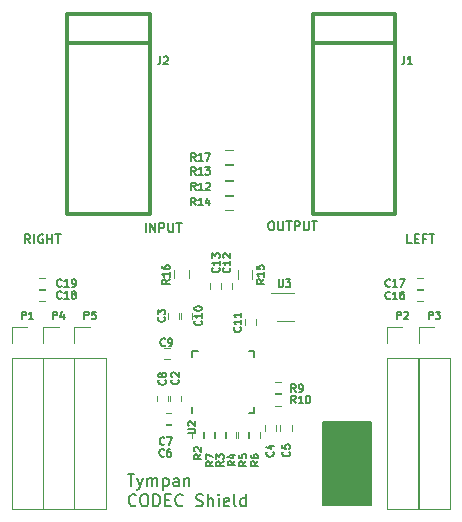
<source format=gbr>
G04 #@! TF.GenerationSoftware,KiCad,Pcbnew,(5.0.1-3-g963ef8bb5)*
G04 #@! TF.CreationDate,2019-01-09T17:43:23-05:00*
G04 #@! TF.ProjectId,Tympan_AIC_Shield,54796D70616E5F4149435F536869656C,rev?*
G04 #@! TF.SameCoordinates,PX6d878d0PY5279480*
G04 #@! TF.FileFunction,Legend,Top*
G04 #@! TF.FilePolarity,Positive*
%FSLAX46Y46*%
G04 Gerber Fmt 4.6, Leading zero omitted, Abs format (unit mm)*
G04 Created by KiCad (PCBNEW (5.0.1-3-g963ef8bb5)) date Wednesday, January 09, 2019 at 05:43:23 PM*
%MOMM*%
%LPD*%
G01*
G04 APERTURE LIST*
%ADD10C,0.200000*%
%ADD11C,0.150000*%
%ADD12C,0.177800*%
%ADD13C,0.120000*%
%ADD14C,0.300000*%
%ADD15C,0.127000*%
G04 APERTURE END LIST*
D10*
X10225238Y3597620D02*
X10796666Y3597620D01*
X10510952Y2597620D02*
X10510952Y3597620D01*
X11034761Y3264286D02*
X11272857Y2597620D01*
X11510952Y3264286D02*
X11272857Y2597620D01*
X11177619Y2359524D01*
X11130000Y2311905D01*
X11034761Y2264286D01*
X11891904Y2597620D02*
X11891904Y3264286D01*
X11891904Y3169048D02*
X11939523Y3216667D01*
X12034761Y3264286D01*
X12177619Y3264286D01*
X12272857Y3216667D01*
X12320476Y3121429D01*
X12320476Y2597620D01*
X12320476Y3121429D02*
X12368095Y3216667D01*
X12463333Y3264286D01*
X12606190Y3264286D01*
X12701428Y3216667D01*
X12749047Y3121429D01*
X12749047Y2597620D01*
X13225238Y3264286D02*
X13225238Y2264286D01*
X13225238Y3216667D02*
X13320476Y3264286D01*
X13510952Y3264286D01*
X13606190Y3216667D01*
X13653809Y3169048D01*
X13701428Y3073810D01*
X13701428Y2788096D01*
X13653809Y2692858D01*
X13606190Y2645239D01*
X13510952Y2597620D01*
X13320476Y2597620D01*
X13225238Y2645239D01*
X14558571Y2597620D02*
X14558571Y3121429D01*
X14510952Y3216667D01*
X14415714Y3264286D01*
X14225238Y3264286D01*
X14130000Y3216667D01*
X14558571Y2645239D02*
X14463333Y2597620D01*
X14225238Y2597620D01*
X14130000Y2645239D01*
X14082380Y2740477D01*
X14082380Y2835715D01*
X14130000Y2930953D01*
X14225238Y2978572D01*
X14463333Y2978572D01*
X14558571Y3026191D01*
X15034761Y3264286D02*
X15034761Y2597620D01*
X15034761Y3169048D02*
X15082380Y3216667D01*
X15177619Y3264286D01*
X15320476Y3264286D01*
X15415714Y3216667D01*
X15463333Y3121429D01*
X15463333Y2597620D01*
X10939523Y992858D02*
X10891904Y945239D01*
X10749047Y897620D01*
X10653809Y897620D01*
X10510952Y945239D01*
X10415714Y1040477D01*
X10368095Y1135715D01*
X10320476Y1326191D01*
X10320476Y1469048D01*
X10368095Y1659524D01*
X10415714Y1754762D01*
X10510952Y1850000D01*
X10653809Y1897620D01*
X10749047Y1897620D01*
X10891904Y1850000D01*
X10939523Y1802381D01*
X11558571Y1897620D02*
X11749047Y1897620D01*
X11844285Y1850000D01*
X11939523Y1754762D01*
X11987142Y1564286D01*
X11987142Y1230953D01*
X11939523Y1040477D01*
X11844285Y945239D01*
X11749047Y897620D01*
X11558571Y897620D01*
X11463333Y945239D01*
X11368095Y1040477D01*
X11320476Y1230953D01*
X11320476Y1564286D01*
X11368095Y1754762D01*
X11463333Y1850000D01*
X11558571Y1897620D01*
X12415714Y897620D02*
X12415714Y1897620D01*
X12653809Y1897620D01*
X12796666Y1850000D01*
X12891904Y1754762D01*
X12939523Y1659524D01*
X12987142Y1469048D01*
X12987142Y1326191D01*
X12939523Y1135715D01*
X12891904Y1040477D01*
X12796666Y945239D01*
X12653809Y897620D01*
X12415714Y897620D01*
X13415714Y1421429D02*
X13749047Y1421429D01*
X13891904Y897620D02*
X13415714Y897620D01*
X13415714Y1897620D01*
X13891904Y1897620D01*
X14891904Y992858D02*
X14844285Y945239D01*
X14701428Y897620D01*
X14606190Y897620D01*
X14463333Y945239D01*
X14368095Y1040477D01*
X14320476Y1135715D01*
X14272857Y1326191D01*
X14272857Y1469048D01*
X14320476Y1659524D01*
X14368095Y1754762D01*
X14463333Y1850000D01*
X14606190Y1897620D01*
X14701428Y1897620D01*
X14844285Y1850000D01*
X14891904Y1802381D01*
X16034761Y945239D02*
X16177619Y897620D01*
X16415714Y897620D01*
X16510952Y945239D01*
X16558571Y992858D01*
X16606190Y1088096D01*
X16606190Y1183334D01*
X16558571Y1278572D01*
X16510952Y1326191D01*
X16415714Y1373810D01*
X16225238Y1421429D01*
X16130000Y1469048D01*
X16082380Y1516667D01*
X16034761Y1611905D01*
X16034761Y1707143D01*
X16082380Y1802381D01*
X16130000Y1850000D01*
X16225238Y1897620D01*
X16463333Y1897620D01*
X16606190Y1850000D01*
X17034761Y897620D02*
X17034761Y1897620D01*
X17463333Y897620D02*
X17463333Y1421429D01*
X17415714Y1516667D01*
X17320476Y1564286D01*
X17177619Y1564286D01*
X17082380Y1516667D01*
X17034761Y1469048D01*
X17939523Y897620D02*
X17939523Y1564286D01*
X17939523Y1897620D02*
X17891904Y1850000D01*
X17939523Y1802381D01*
X17987142Y1850000D01*
X17939523Y1897620D01*
X17939523Y1802381D01*
X18796666Y945239D02*
X18701428Y897620D01*
X18510952Y897620D01*
X18415714Y945239D01*
X18368095Y1040477D01*
X18368095Y1421429D01*
X18415714Y1516667D01*
X18510952Y1564286D01*
X18701428Y1564286D01*
X18796666Y1516667D01*
X18844285Y1421429D01*
X18844285Y1326191D01*
X18368095Y1230953D01*
X19415714Y897620D02*
X19320476Y945239D01*
X19272857Y1040477D01*
X19272857Y1897620D01*
X20225238Y897620D02*
X20225238Y1897620D01*
X20225238Y945239D02*
X20130000Y897620D01*
X19939523Y897620D01*
X19844285Y945239D01*
X19796666Y992858D01*
X19749047Y1088096D01*
X19749047Y1373810D01*
X19796666Y1469048D01*
X19844285Y1516667D01*
X19939523Y1564286D01*
X20130000Y1564286D01*
X20225238Y1516667D01*
D11*
G36*
X30850000Y7999999D02*
X30850000Y999999D01*
X26800001Y999999D01*
X26800000Y8000000D01*
X30850000Y7999999D01*
G37*
X30850000Y7999999D02*
X30850000Y999999D01*
X26800001Y999999D01*
X26800000Y8000000D01*
X30850000Y7999999D01*
D12*
X11755428Y24105286D02*
X11755428Y24867286D01*
X12118285Y24105286D02*
X12118285Y24867286D01*
X12553714Y24105286D01*
X12553714Y24867286D01*
X12916571Y24105286D02*
X12916571Y24867286D01*
X13206857Y24867286D01*
X13279428Y24831000D01*
X13315714Y24794715D01*
X13352000Y24722143D01*
X13352000Y24613286D01*
X13315714Y24540715D01*
X13279428Y24504429D01*
X13206857Y24468143D01*
X12916571Y24468143D01*
X13678571Y24867286D02*
X13678571Y24250429D01*
X13714857Y24177858D01*
X13751142Y24141572D01*
X13823714Y24105286D01*
X13968857Y24105286D01*
X14041428Y24141572D01*
X14077714Y24177858D01*
X14114000Y24250429D01*
X14114000Y24867286D01*
X14368000Y24867286D02*
X14803428Y24867286D01*
X14585714Y24105286D02*
X14585714Y24867286D01*
X22342571Y25017286D02*
X22487714Y25017286D01*
X22560285Y24981000D01*
X22632857Y24908429D01*
X22669142Y24763286D01*
X22669142Y24509286D01*
X22632857Y24364143D01*
X22560285Y24291572D01*
X22487714Y24255286D01*
X22342571Y24255286D01*
X22270000Y24291572D01*
X22197428Y24364143D01*
X22161142Y24509286D01*
X22161142Y24763286D01*
X22197428Y24908429D01*
X22270000Y24981000D01*
X22342571Y25017286D01*
X22995714Y25017286D02*
X22995714Y24400429D01*
X23032000Y24327858D01*
X23068285Y24291572D01*
X23140857Y24255286D01*
X23286000Y24255286D01*
X23358571Y24291572D01*
X23394857Y24327858D01*
X23431142Y24400429D01*
X23431142Y25017286D01*
X23685142Y25017286D02*
X24120571Y25017286D01*
X23902857Y24255286D02*
X23902857Y25017286D01*
X24374571Y24255286D02*
X24374571Y25017286D01*
X24664857Y25017286D01*
X24737428Y24981000D01*
X24773714Y24944715D01*
X24810000Y24872143D01*
X24810000Y24763286D01*
X24773714Y24690715D01*
X24737428Y24654429D01*
X24664857Y24618143D01*
X24374571Y24618143D01*
X25136571Y25017286D02*
X25136571Y24400429D01*
X25172857Y24327858D01*
X25209142Y24291572D01*
X25281714Y24255286D01*
X25426857Y24255286D01*
X25499428Y24291572D01*
X25535714Y24327858D01*
X25572000Y24400429D01*
X25572000Y25017286D01*
X25826000Y25017286D02*
X26261428Y25017286D01*
X26043714Y24255286D02*
X26043714Y25017286D01*
X1984000Y23155286D02*
X1730000Y23518143D01*
X1548571Y23155286D02*
X1548571Y23917286D01*
X1838857Y23917286D01*
X1911428Y23881000D01*
X1947714Y23844715D01*
X1984000Y23772143D01*
X1984000Y23663286D01*
X1947714Y23590715D01*
X1911428Y23554429D01*
X1838857Y23518143D01*
X1548571Y23518143D01*
X2310571Y23155286D02*
X2310571Y23917286D01*
X3072571Y23881000D02*
X3000000Y23917286D01*
X2891142Y23917286D01*
X2782285Y23881000D01*
X2709714Y23808429D01*
X2673428Y23735858D01*
X2637142Y23590715D01*
X2637142Y23481858D01*
X2673428Y23336715D01*
X2709714Y23264143D01*
X2782285Y23191572D01*
X2891142Y23155286D01*
X2963714Y23155286D01*
X3072571Y23191572D01*
X3108857Y23227858D01*
X3108857Y23481858D01*
X2963714Y23481858D01*
X3435428Y23155286D02*
X3435428Y23917286D01*
X3435428Y23554429D02*
X3870857Y23554429D01*
X3870857Y23155286D02*
X3870857Y23917286D01*
X4124857Y23917286D02*
X4560285Y23917286D01*
X4342571Y23155286D02*
X4342571Y23917286D01*
X34274285Y23155286D02*
X33911428Y23155286D01*
X33911428Y23917286D01*
X34528285Y23554429D02*
X34782285Y23554429D01*
X34891142Y23155286D02*
X34528285Y23155286D01*
X34528285Y23917286D01*
X34891142Y23917286D01*
X35471714Y23554429D02*
X35217714Y23554429D01*
X35217714Y23155286D02*
X35217714Y23917286D01*
X35580571Y23917286D01*
X35762000Y23917286D02*
X36197428Y23917286D01*
X35979714Y23155286D02*
X35979714Y23917286D01*
D13*
G04 #@! TO.C,R12*
X18450000Y28450000D02*
X19150000Y28450000D01*
X19150000Y27250000D02*
X18450000Y27250000D01*
G04 #@! TO.C,R13*
X18450000Y29750000D02*
X19150000Y29750000D01*
X19150000Y28550000D02*
X18450000Y28550000D01*
G04 #@! TO.C,R14*
X19150000Y25950000D02*
X18450000Y25950000D01*
X18450000Y27150000D02*
X19150000Y27150000D01*
G04 #@! TO.C,R15*
X19575000Y20150000D02*
X19575000Y20850000D01*
X20775000Y20850000D02*
X20775000Y20150000D01*
G04 #@! TO.C,R16*
X15400000Y20925000D02*
X15400000Y20225000D01*
X14200000Y20225000D02*
X14200000Y20925000D01*
G04 #@! TO.C,R17*
X19150000Y29850000D02*
X18450000Y29850000D01*
X18450000Y31050000D02*
X19150000Y31050000D01*
D11*
G04 #@! TO.C,U2*
X15719600Y14058000D02*
X16219600Y14058000D01*
X20969600Y8808000D02*
X20469600Y8808000D01*
X20969600Y14058000D02*
X20469600Y14058000D01*
X15719600Y8808000D02*
X15719600Y9308000D01*
X20969600Y8808000D02*
X20969600Y9308000D01*
X20969600Y14058000D02*
X20969600Y13558000D01*
X15719600Y14058000D02*
X15719600Y13558000D01*
D14*
G04 #@! TO.C,J2*
X12100000Y40100000D02*
X5100000Y40100000D01*
X12100000Y36600000D02*
X12100000Y25600000D01*
X12100000Y25600000D02*
X5100000Y25600000D01*
X5100000Y25600000D02*
X5100000Y36600000D01*
X12100000Y36600000D02*
X12100000Y42600000D01*
X12100000Y42600000D02*
X5100000Y42600000D01*
X5100000Y42600000D02*
X5100000Y36600000D01*
G04 #@! TO.C,J1*
X32900000Y40100000D02*
X25900000Y40100000D01*
X32900000Y36600000D02*
X32900000Y25600000D01*
X32900000Y25600000D02*
X25900000Y25600000D01*
X25900000Y25600000D02*
X25900000Y36600000D01*
X32900000Y36600000D02*
X32900000Y42600000D01*
X32900000Y42600000D02*
X25900000Y42600000D01*
X25900000Y42600000D02*
X25900000Y36600000D01*
D13*
G04 #@! TO.C,C2*
X14737900Y9760600D02*
X14737900Y10260600D01*
X13797900Y10260600D02*
X13797900Y9760600D01*
G04 #@! TO.C,C3*
X14610900Y16732900D02*
X14610900Y17232900D01*
X13670900Y17232900D02*
X13670900Y16732900D01*
G04 #@! TO.C,C4*
X21880600Y7740700D02*
X21880600Y7240700D01*
X22820600Y7240700D02*
X22820600Y7740700D01*
G04 #@! TO.C,C5*
X23176000Y7740700D02*
X23176000Y7240700D01*
X24116000Y7240700D02*
X24116000Y7740700D01*
G04 #@! TO.C,C6*
X13446400Y6860900D02*
X13946400Y6860900D01*
X13946400Y7800900D02*
X13446400Y7800900D01*
G04 #@! TO.C,C7*
X13446400Y7838800D02*
X13946400Y7838800D01*
X13946400Y8778800D02*
X13446400Y8778800D01*
G04 #@! TO.C,C8*
X13620300Y9760600D02*
X13620300Y10260600D01*
X12680300Y10260600D02*
X12680300Y9760600D01*
G04 #@! TO.C,C9*
X13350000Y13330000D02*
X13850000Y13330000D01*
X13850000Y14270000D02*
X13350000Y14270000D01*
G04 #@! TO.C,C10*
X14725000Y17232900D02*
X14725000Y16732900D01*
X15665000Y16732900D02*
X15665000Y17232900D01*
G04 #@! TO.C,C11*
X21070000Y16250000D02*
X21070000Y16750000D01*
X20130000Y16750000D02*
X20130000Y16250000D01*
G04 #@! TO.C,C12*
X18130000Y19750000D02*
X18130000Y19250000D01*
X19070000Y19250000D02*
X19070000Y19750000D01*
G04 #@! TO.C,C13*
X17230000Y19750000D02*
X17230000Y19250000D01*
X18170000Y19250000D02*
X18170000Y19750000D01*
G04 #@! TO.C,C16*
X35250000Y19220000D02*
X34750000Y19220000D01*
X34750000Y18280000D02*
X35250000Y18280000D01*
G04 #@! TO.C,C17*
X35250000Y20220000D02*
X34750000Y20220000D01*
X34750000Y19280000D02*
X35250000Y19280000D01*
G04 #@! TO.C,C18*
X3250000Y19220000D02*
X2750000Y19220000D01*
X2750000Y18280000D02*
X3250000Y18280000D01*
G04 #@! TO.C,C19*
X2750000Y19280000D02*
X3250000Y19280000D01*
X3250000Y20220000D02*
X2750000Y20220000D01*
G04 #@! TO.C,P3*
X34870000Y670000D02*
X37530000Y670000D01*
X34870000Y13430000D02*
X34870000Y670000D01*
X37530000Y13430000D02*
X37530000Y670000D01*
X34870000Y13430000D02*
X37530000Y13430000D01*
X34870000Y14700000D02*
X34870000Y16030000D01*
X34870000Y16030000D02*
X36200000Y16030000D01*
G04 #@! TO.C,P4*
X3070000Y670000D02*
X5730000Y670000D01*
X3070000Y13430000D02*
X3070000Y670000D01*
X5730000Y13430000D02*
X5730000Y670000D01*
X3070000Y13430000D02*
X5730000Y13430000D01*
X3070000Y14700000D02*
X3070000Y16030000D01*
X3070000Y16030000D02*
X4400000Y16030000D01*
G04 #@! TO.C,P5*
X5720000Y670000D02*
X8380000Y670000D01*
X5720000Y13430000D02*
X5720000Y670000D01*
X8380000Y13430000D02*
X8380000Y670000D01*
X5720000Y13430000D02*
X8380000Y13430000D01*
X5720000Y14700000D02*
X5720000Y16030000D01*
X5720000Y16030000D02*
X7050000Y16030000D01*
G04 #@! TO.C,U3*
X24300000Y18910000D02*
X22400000Y18910000D01*
X22900000Y16590000D02*
X24300000Y16590000D01*
G04 #@! TO.C,P2*
X32170000Y670000D02*
X34830000Y670000D01*
X32170000Y13430000D02*
X32170000Y670000D01*
X34830000Y13430000D02*
X34830000Y670000D01*
X32170000Y13430000D02*
X34830000Y13430000D01*
X32170000Y14700000D02*
X32170000Y16030000D01*
X32170000Y16030000D02*
X33500000Y16030000D01*
G04 #@! TO.C,P1*
X420000Y16030000D02*
X1750000Y16030000D01*
X420000Y14700000D02*
X420000Y16030000D01*
X420000Y13430000D02*
X3080000Y13430000D01*
X3080000Y13430000D02*
X3080000Y670000D01*
X420000Y13430000D02*
X420000Y670000D01*
X420000Y670000D02*
X3080000Y670000D01*
G04 #@! TO.C,R2*
X16705000Y6675000D02*
X16705000Y7175000D01*
X15645000Y7175000D02*
X15645000Y6675000D01*
G04 #@! TO.C,R3*
X17545000Y7175000D02*
X17545000Y6675000D01*
X18605000Y6675000D02*
X18605000Y7175000D01*
G04 #@! TO.C,R4*
X19555000Y6675000D02*
X19555000Y7175000D01*
X18495000Y7175000D02*
X18495000Y6675000D01*
G04 #@! TO.C,R5*
X19445000Y7175000D02*
X19445000Y6675000D01*
X20505000Y6675000D02*
X20505000Y7175000D01*
G04 #@! TO.C,R6*
X21455000Y6675000D02*
X21455000Y7175000D01*
X20395000Y7175000D02*
X20395000Y6675000D01*
G04 #@! TO.C,R7*
X16595000Y7175000D02*
X16595000Y6675000D01*
X17655000Y6675000D02*
X17655000Y7175000D01*
G04 #@! TO.C,R9*
X23179300Y11430000D02*
X22679300Y11430000D01*
X22679300Y10370000D02*
X23179300Y10370000D01*
G04 #@! TO.C,R10*
X22679300Y9417100D02*
X23179300Y9417100D01*
X23179300Y10477100D02*
X22679300Y10477100D01*
G04 #@! TO.C,R12*
D15*
X15991785Y27662739D02*
X15780119Y27965120D01*
X15628928Y27662739D02*
X15628928Y28297739D01*
X15870833Y28297739D01*
X15931309Y28267500D01*
X15961547Y28237262D01*
X15991785Y28176786D01*
X15991785Y28086072D01*
X15961547Y28025596D01*
X15931309Y27995358D01*
X15870833Y27965120D01*
X15628928Y27965120D01*
X16596547Y27662739D02*
X16233690Y27662739D01*
X16415119Y27662739D02*
X16415119Y28297739D01*
X16354642Y28207024D01*
X16294166Y28146548D01*
X16233690Y28116310D01*
X16838452Y28237262D02*
X16868690Y28267500D01*
X16929166Y28297739D01*
X17080357Y28297739D01*
X17140833Y28267500D01*
X17171071Y28237262D01*
X17201309Y28176786D01*
X17201309Y28116310D01*
X17171071Y28025596D01*
X16808214Y27662739D01*
X17201309Y27662739D01*
G04 #@! TO.C,R13*
X15991785Y28962739D02*
X15780119Y29265120D01*
X15628928Y28962739D02*
X15628928Y29597739D01*
X15870833Y29597739D01*
X15931309Y29567500D01*
X15961547Y29537262D01*
X15991785Y29476786D01*
X15991785Y29386072D01*
X15961547Y29325596D01*
X15931309Y29295358D01*
X15870833Y29265120D01*
X15628928Y29265120D01*
X16596547Y28962739D02*
X16233690Y28962739D01*
X16415119Y28962739D02*
X16415119Y29597739D01*
X16354642Y29507024D01*
X16294166Y29446548D01*
X16233690Y29416310D01*
X16808214Y29597739D02*
X17201309Y29597739D01*
X16989642Y29355834D01*
X17080357Y29355834D01*
X17140833Y29325596D01*
X17171071Y29295358D01*
X17201309Y29234881D01*
X17201309Y29083691D01*
X17171071Y29023215D01*
X17140833Y28992977D01*
X17080357Y28962739D01*
X16898928Y28962739D01*
X16838452Y28992977D01*
X16808214Y29023215D01*
G04 #@! TO.C,R14*
X15991785Y26362739D02*
X15780119Y26665120D01*
X15628928Y26362739D02*
X15628928Y26997739D01*
X15870833Y26997739D01*
X15931309Y26967500D01*
X15961547Y26937262D01*
X15991785Y26876786D01*
X15991785Y26786072D01*
X15961547Y26725596D01*
X15931309Y26695358D01*
X15870833Y26665120D01*
X15628928Y26665120D01*
X16596547Y26362739D02*
X16233690Y26362739D01*
X16415119Y26362739D02*
X16415119Y26997739D01*
X16354642Y26907024D01*
X16294166Y26846548D01*
X16233690Y26816310D01*
X17140833Y26786072D02*
X17140833Y26362739D01*
X16989642Y27027977D02*
X16838452Y26574405D01*
X17231547Y26574405D01*
G04 #@! TO.C,R15*
X21787261Y20091786D02*
X21484880Y19880120D01*
X21787261Y19728929D02*
X21152261Y19728929D01*
X21152261Y19970834D01*
X21182500Y20031310D01*
X21212738Y20061548D01*
X21273214Y20091786D01*
X21363928Y20091786D01*
X21424404Y20061548D01*
X21454642Y20031310D01*
X21484880Y19970834D01*
X21484880Y19728929D01*
X21787261Y20696548D02*
X21787261Y20333691D01*
X21787261Y20515120D02*
X21152261Y20515120D01*
X21242976Y20454643D01*
X21303452Y20394167D01*
X21333690Y20333691D01*
X21152261Y21271072D02*
X21152261Y20968691D01*
X21454642Y20938453D01*
X21424404Y20968691D01*
X21394166Y21029167D01*
X21394166Y21180358D01*
X21424404Y21240834D01*
X21454642Y21271072D01*
X21515119Y21301310D01*
X21666309Y21301310D01*
X21726785Y21271072D01*
X21757023Y21240834D01*
X21787261Y21180358D01*
X21787261Y21029167D01*
X21757023Y20968691D01*
X21726785Y20938453D01*
G04 #@! TO.C,R16*
X13787261Y20091786D02*
X13484880Y19880120D01*
X13787261Y19728929D02*
X13152261Y19728929D01*
X13152261Y19970834D01*
X13182500Y20031310D01*
X13212738Y20061548D01*
X13273214Y20091786D01*
X13363928Y20091786D01*
X13424404Y20061548D01*
X13454642Y20031310D01*
X13484880Y19970834D01*
X13484880Y19728929D01*
X13787261Y20696548D02*
X13787261Y20333691D01*
X13787261Y20515120D02*
X13152261Y20515120D01*
X13242976Y20454643D01*
X13303452Y20394167D01*
X13333690Y20333691D01*
X13152261Y21240834D02*
X13152261Y21119881D01*
X13182500Y21059405D01*
X13212738Y21029167D01*
X13303452Y20968691D01*
X13424404Y20938453D01*
X13666309Y20938453D01*
X13726785Y20968691D01*
X13757023Y20998929D01*
X13787261Y21059405D01*
X13787261Y21180358D01*
X13757023Y21240834D01*
X13726785Y21271072D01*
X13666309Y21301310D01*
X13515119Y21301310D01*
X13454642Y21271072D01*
X13424404Y21240834D01*
X13394166Y21180358D01*
X13394166Y21059405D01*
X13424404Y20998929D01*
X13454642Y20968691D01*
X13515119Y20938453D01*
G04 #@! TO.C,R17*
X15991785Y30162739D02*
X15780119Y30465120D01*
X15628928Y30162739D02*
X15628928Y30797739D01*
X15870833Y30797739D01*
X15931309Y30767500D01*
X15961547Y30737262D01*
X15991785Y30676786D01*
X15991785Y30586072D01*
X15961547Y30525596D01*
X15931309Y30495358D01*
X15870833Y30465120D01*
X15628928Y30465120D01*
X16596547Y30162739D02*
X16233690Y30162739D01*
X16415119Y30162739D02*
X16415119Y30797739D01*
X16354642Y30707024D01*
X16294166Y30646548D01*
X16233690Y30616310D01*
X16808214Y30797739D02*
X17231547Y30797739D01*
X16959404Y30162739D01*
G04 #@! TO.C,U2*
X15329861Y7088391D02*
X15843909Y7088391D01*
X15904385Y7118629D01*
X15934623Y7148867D01*
X15964861Y7209343D01*
X15964861Y7330296D01*
X15934623Y7390772D01*
X15904385Y7421010D01*
X15843909Y7451248D01*
X15329861Y7451248D01*
X15390338Y7723391D02*
X15360100Y7753629D01*
X15329861Y7814105D01*
X15329861Y7965296D01*
X15360100Y8025772D01*
X15390338Y8056010D01*
X15450814Y8086248D01*
X15511290Y8086248D01*
X15602004Y8056010D01*
X15964861Y7693153D01*
X15964861Y8086248D01*
G04 #@! TO.C,J2*
X13011133Y38979739D02*
X13011133Y38526167D01*
X12980895Y38435453D01*
X12920419Y38374977D01*
X12829704Y38344739D01*
X12769228Y38344739D01*
X13283276Y38919262D02*
X13313514Y38949500D01*
X13373990Y38979739D01*
X13525180Y38979739D01*
X13585657Y38949500D01*
X13615895Y38919262D01*
X13646133Y38858786D01*
X13646133Y38798310D01*
X13615895Y38707596D01*
X13253038Y38344739D01*
X13646133Y38344739D01*
G04 #@! TO.C,J1*
X33671433Y38979739D02*
X33671433Y38526167D01*
X33641195Y38435453D01*
X33580719Y38374977D01*
X33490004Y38344739D01*
X33429528Y38344739D01*
X34306433Y38344739D02*
X33943576Y38344739D01*
X34125004Y38344739D02*
X34125004Y38979739D01*
X34064528Y38889024D01*
X34004052Y38828548D01*
X33943576Y38798310D01*
G04 #@! TO.C,C2*
X14507385Y11619267D02*
X14537623Y11589029D01*
X14567861Y11498315D01*
X14567861Y11437839D01*
X14537623Y11347124D01*
X14477147Y11286648D01*
X14416671Y11256410D01*
X14295719Y11226172D01*
X14205004Y11226172D01*
X14084052Y11256410D01*
X14023576Y11286648D01*
X13963100Y11347124D01*
X13932861Y11437839D01*
X13932861Y11498315D01*
X13963100Y11589029D01*
X13993338Y11619267D01*
X13993338Y11861172D02*
X13963100Y11891410D01*
X13932861Y11951886D01*
X13932861Y12103077D01*
X13963100Y12163553D01*
X13993338Y12193791D01*
X14053814Y12224029D01*
X14114290Y12224029D01*
X14205004Y12193791D01*
X14567861Y11830934D01*
X14567861Y12224029D01*
G04 #@! TO.C,C3*
X13338985Y16915167D02*
X13369223Y16884929D01*
X13399461Y16794215D01*
X13399461Y16733739D01*
X13369223Y16643024D01*
X13308747Y16582548D01*
X13248271Y16552310D01*
X13127319Y16522072D01*
X13036604Y16522072D01*
X12915652Y16552310D01*
X12855176Y16582548D01*
X12794700Y16643024D01*
X12764461Y16733739D01*
X12764461Y16794215D01*
X12794700Y16884929D01*
X12824938Y16915167D01*
X12764461Y17126834D02*
X12764461Y17519929D01*
X13006366Y17308262D01*
X13006366Y17398977D01*
X13036604Y17459453D01*
X13066842Y17489691D01*
X13127319Y17519929D01*
X13278509Y17519929D01*
X13338985Y17489691D01*
X13369223Y17459453D01*
X13399461Y17398977D01*
X13399461Y17217548D01*
X13369223Y17157072D01*
X13338985Y17126834D01*
G04 #@! TO.C,C4*
X22539285Y5479867D02*
X22569523Y5449629D01*
X22599761Y5358915D01*
X22599761Y5298439D01*
X22569523Y5207724D01*
X22509047Y5147248D01*
X22448571Y5117010D01*
X22327619Y5086772D01*
X22236904Y5086772D01*
X22115952Y5117010D01*
X22055476Y5147248D01*
X21995000Y5207724D01*
X21964761Y5298439D01*
X21964761Y5358915D01*
X21995000Y5449629D01*
X22025238Y5479867D01*
X22176428Y6024153D02*
X22599761Y6024153D01*
X21934523Y5872962D02*
X22388095Y5721772D01*
X22388095Y6114867D01*
G04 #@! TO.C,C5*
X23910885Y5517967D02*
X23941123Y5487729D01*
X23971361Y5397015D01*
X23971361Y5336539D01*
X23941123Y5245824D01*
X23880647Y5185348D01*
X23820171Y5155110D01*
X23699219Y5124872D01*
X23608504Y5124872D01*
X23487552Y5155110D01*
X23427076Y5185348D01*
X23366600Y5245824D01*
X23336361Y5336539D01*
X23336361Y5397015D01*
X23366600Y5487729D01*
X23396838Y5517967D01*
X23336361Y6092491D02*
X23336361Y5790110D01*
X23638742Y5759872D01*
X23608504Y5790110D01*
X23578266Y5850586D01*
X23578266Y6001777D01*
X23608504Y6062253D01*
X23638742Y6092491D01*
X23699219Y6122729D01*
X23850409Y6122729D01*
X23910885Y6092491D01*
X23941123Y6062253D01*
X23971361Y6001777D01*
X23971361Y5850586D01*
X23941123Y5790110D01*
X23910885Y5759872D01*
G04 #@! TO.C,C6*
X13311166Y5161015D02*
X13280928Y5130777D01*
X13190214Y5100539D01*
X13129738Y5100539D01*
X13039023Y5130777D01*
X12978547Y5191253D01*
X12948309Y5251729D01*
X12918071Y5372681D01*
X12918071Y5463396D01*
X12948309Y5584348D01*
X12978547Y5644824D01*
X13039023Y5705300D01*
X13129738Y5735539D01*
X13190214Y5735539D01*
X13280928Y5705300D01*
X13311166Y5675062D01*
X13855452Y5735539D02*
X13734500Y5735539D01*
X13674023Y5705300D01*
X13643785Y5675062D01*
X13583309Y5584348D01*
X13553071Y5463396D01*
X13553071Y5221491D01*
X13583309Y5161015D01*
X13613547Y5130777D01*
X13674023Y5100539D01*
X13794976Y5100539D01*
X13855452Y5130777D01*
X13885690Y5161015D01*
X13915928Y5221491D01*
X13915928Y5372681D01*
X13885690Y5433158D01*
X13855452Y5463396D01*
X13794976Y5493634D01*
X13674023Y5493634D01*
X13613547Y5463396D01*
X13583309Y5433158D01*
X13553071Y5372681D01*
G04 #@! TO.C,C7*
X13336566Y6151615D02*
X13306328Y6121377D01*
X13215614Y6091139D01*
X13155138Y6091139D01*
X13064423Y6121377D01*
X13003947Y6181853D01*
X12973709Y6242329D01*
X12943471Y6363281D01*
X12943471Y6453996D01*
X12973709Y6574948D01*
X13003947Y6635424D01*
X13064423Y6695900D01*
X13155138Y6726139D01*
X13215614Y6726139D01*
X13306328Y6695900D01*
X13336566Y6665662D01*
X13548233Y6726139D02*
X13971566Y6726139D01*
X13699423Y6091139D01*
G04 #@! TO.C,C8*
X13415185Y11581167D02*
X13445423Y11550929D01*
X13475661Y11460215D01*
X13475661Y11399739D01*
X13445423Y11309024D01*
X13384947Y11248548D01*
X13324471Y11218310D01*
X13203519Y11188072D01*
X13112804Y11188072D01*
X12991852Y11218310D01*
X12931376Y11248548D01*
X12870900Y11309024D01*
X12840661Y11399739D01*
X12840661Y11460215D01*
X12870900Y11550929D01*
X12901138Y11581167D01*
X13112804Y11944024D02*
X13082566Y11883548D01*
X13052328Y11853310D01*
X12991852Y11823072D01*
X12961614Y11823072D01*
X12901138Y11853310D01*
X12870900Y11883548D01*
X12840661Y11944024D01*
X12840661Y12064977D01*
X12870900Y12125453D01*
X12901138Y12155691D01*
X12961614Y12185929D01*
X12991852Y12185929D01*
X13052328Y12155691D01*
X13082566Y12125453D01*
X13112804Y12064977D01*
X13112804Y11944024D01*
X13143042Y11883548D01*
X13173280Y11853310D01*
X13233757Y11823072D01*
X13354709Y11823072D01*
X13415185Y11853310D01*
X13445423Y11883548D01*
X13475661Y11944024D01*
X13475661Y12064977D01*
X13445423Y12125453D01*
X13415185Y12155691D01*
X13354709Y12185929D01*
X13233757Y12185929D01*
X13173280Y12155691D01*
X13143042Y12125453D01*
X13112804Y12064977D01*
G04 #@! TO.C,C9*
X13394166Y14523215D02*
X13363928Y14492977D01*
X13273214Y14462739D01*
X13212738Y14462739D01*
X13122023Y14492977D01*
X13061547Y14553453D01*
X13031309Y14613929D01*
X13001071Y14734881D01*
X13001071Y14825596D01*
X13031309Y14946548D01*
X13061547Y15007024D01*
X13122023Y15067500D01*
X13212738Y15097739D01*
X13273214Y15097739D01*
X13363928Y15067500D01*
X13394166Y15037262D01*
X13696547Y14462739D02*
X13817500Y14462739D01*
X13877976Y14492977D01*
X13908214Y14523215D01*
X13968690Y14613929D01*
X13998928Y14734881D01*
X13998928Y14976786D01*
X13968690Y15037262D01*
X13938452Y15067500D01*
X13877976Y15097739D01*
X13757023Y15097739D01*
X13696547Y15067500D01*
X13666309Y15037262D01*
X13636071Y14976786D01*
X13636071Y14825596D01*
X13666309Y14765120D01*
X13696547Y14734881D01*
X13757023Y14704643D01*
X13877976Y14704643D01*
X13938452Y14734881D01*
X13968690Y14765120D01*
X13998928Y14825596D01*
G04 #@! TO.C,C10*
X16463185Y16612786D02*
X16493423Y16582548D01*
X16523661Y16491834D01*
X16523661Y16431358D01*
X16493423Y16340643D01*
X16432947Y16280167D01*
X16372471Y16249929D01*
X16251519Y16219691D01*
X16160804Y16219691D01*
X16039852Y16249929D01*
X15979376Y16280167D01*
X15918900Y16340643D01*
X15888661Y16431358D01*
X15888661Y16491834D01*
X15918900Y16582548D01*
X15949138Y16612786D01*
X16523661Y17217548D02*
X16523661Y16854691D01*
X16523661Y17036120D02*
X15888661Y17036120D01*
X15979376Y16975643D01*
X16039852Y16915167D01*
X16070090Y16854691D01*
X15888661Y17610643D02*
X15888661Y17671120D01*
X15918900Y17731596D01*
X15949138Y17761834D01*
X16009614Y17792072D01*
X16130566Y17822310D01*
X16281757Y17822310D01*
X16402709Y17792072D01*
X16463185Y17761834D01*
X16493423Y17731596D01*
X16523661Y17671120D01*
X16523661Y17610643D01*
X16493423Y17550167D01*
X16463185Y17519929D01*
X16402709Y17489691D01*
X16281757Y17459453D01*
X16130566Y17459453D01*
X16009614Y17489691D01*
X15949138Y17519929D01*
X15918900Y17550167D01*
X15888661Y17610643D01*
G04 #@! TO.C,C11*
X19776785Y16041786D02*
X19807023Y16011548D01*
X19837261Y15920834D01*
X19837261Y15860358D01*
X19807023Y15769643D01*
X19746547Y15709167D01*
X19686071Y15678929D01*
X19565119Y15648691D01*
X19474404Y15648691D01*
X19353452Y15678929D01*
X19292976Y15709167D01*
X19232500Y15769643D01*
X19202261Y15860358D01*
X19202261Y15920834D01*
X19232500Y16011548D01*
X19262738Y16041786D01*
X19837261Y16646548D02*
X19837261Y16283691D01*
X19837261Y16465120D02*
X19202261Y16465120D01*
X19292976Y16404643D01*
X19353452Y16344167D01*
X19383690Y16283691D01*
X19837261Y17251310D02*
X19837261Y16888453D01*
X19837261Y17069881D02*
X19202261Y17069881D01*
X19292976Y17009405D01*
X19353452Y16948929D01*
X19383690Y16888453D01*
G04 #@! TO.C,C12*
X18873885Y21086286D02*
X18904123Y21056048D01*
X18934361Y20965334D01*
X18934361Y20904858D01*
X18904123Y20814143D01*
X18843647Y20753667D01*
X18783171Y20723429D01*
X18662219Y20693191D01*
X18571504Y20693191D01*
X18450552Y20723429D01*
X18390076Y20753667D01*
X18329600Y20814143D01*
X18299361Y20904858D01*
X18299361Y20965334D01*
X18329600Y21056048D01*
X18359838Y21086286D01*
X18934361Y21691048D02*
X18934361Y21328191D01*
X18934361Y21509620D02*
X18299361Y21509620D01*
X18390076Y21449143D01*
X18450552Y21388667D01*
X18480790Y21328191D01*
X18359838Y21932953D02*
X18329600Y21963191D01*
X18299361Y22023667D01*
X18299361Y22174858D01*
X18329600Y22235334D01*
X18359838Y22265572D01*
X18420314Y22295810D01*
X18480790Y22295810D01*
X18571504Y22265572D01*
X18934361Y21902715D01*
X18934361Y22295810D01*
G04 #@! TO.C,C13*
X17954585Y21086286D02*
X17984823Y21056048D01*
X18015061Y20965334D01*
X18015061Y20904858D01*
X17984823Y20814143D01*
X17924347Y20753667D01*
X17863871Y20723429D01*
X17742919Y20693191D01*
X17652204Y20693191D01*
X17531252Y20723429D01*
X17470776Y20753667D01*
X17410300Y20814143D01*
X17380061Y20904858D01*
X17380061Y20965334D01*
X17410300Y21056048D01*
X17440538Y21086286D01*
X18015061Y21691048D02*
X18015061Y21328191D01*
X18015061Y21509620D02*
X17380061Y21509620D01*
X17470776Y21449143D01*
X17531252Y21388667D01*
X17561490Y21328191D01*
X17380061Y21902715D02*
X17380061Y22295810D01*
X17621966Y22084143D01*
X17621966Y22174858D01*
X17652204Y22235334D01*
X17682442Y22265572D01*
X17742919Y22295810D01*
X17894109Y22295810D01*
X17954585Y22265572D01*
X17984823Y22235334D01*
X18015061Y22174858D01*
X18015061Y21993429D01*
X17984823Y21932953D01*
X17954585Y21902715D01*
G04 #@! TO.C,C16*
X32449519Y18491746D02*
X32419281Y18461508D01*
X32328567Y18431270D01*
X32268091Y18431270D01*
X32177376Y18461508D01*
X32116900Y18521984D01*
X32086662Y18582460D01*
X32056424Y18703412D01*
X32056424Y18794127D01*
X32086662Y18915079D01*
X32116900Y18975555D01*
X32177376Y19036031D01*
X32268091Y19066270D01*
X32328567Y19066270D01*
X32419281Y19036031D01*
X32449519Y19005793D01*
X33054281Y18431270D02*
X32691424Y18431270D01*
X32872853Y18431270D02*
X32872853Y19066270D01*
X32812376Y18975555D01*
X32751900Y18915079D01*
X32691424Y18884841D01*
X33598567Y19066270D02*
X33477614Y19066270D01*
X33417138Y19036031D01*
X33386900Y19005793D01*
X33326424Y18915079D01*
X33296186Y18794127D01*
X33296186Y18552222D01*
X33326424Y18491746D01*
X33356662Y18461508D01*
X33417138Y18431270D01*
X33538091Y18431270D01*
X33598567Y18461508D01*
X33628805Y18491746D01*
X33659043Y18552222D01*
X33659043Y18703412D01*
X33628805Y18763889D01*
X33598567Y18794127D01*
X33538091Y18824365D01*
X33417138Y18824365D01*
X33356662Y18794127D01*
X33326424Y18763889D01*
X33296186Y18703412D01*
G04 #@! TO.C,C17*
X32449519Y19532446D02*
X32419281Y19502208D01*
X32328567Y19471970D01*
X32268091Y19471970D01*
X32177376Y19502208D01*
X32116900Y19562684D01*
X32086662Y19623160D01*
X32056424Y19744112D01*
X32056424Y19834827D01*
X32086662Y19955779D01*
X32116900Y20016255D01*
X32177376Y20076731D01*
X32268091Y20106970D01*
X32328567Y20106970D01*
X32419281Y20076731D01*
X32449519Y20046493D01*
X33054281Y19471970D02*
X32691424Y19471970D01*
X32872853Y19471970D02*
X32872853Y20106970D01*
X32812376Y20016255D01*
X32751900Y19955779D01*
X32691424Y19925541D01*
X33265948Y20106970D02*
X33689281Y20106970D01*
X33417138Y19471970D01*
G04 #@! TO.C,C18*
X4641785Y18523215D02*
X4611547Y18492977D01*
X4520833Y18462739D01*
X4460357Y18462739D01*
X4369642Y18492977D01*
X4309166Y18553453D01*
X4278928Y18613929D01*
X4248690Y18734881D01*
X4248690Y18825596D01*
X4278928Y18946548D01*
X4309166Y19007024D01*
X4369642Y19067500D01*
X4460357Y19097739D01*
X4520833Y19097739D01*
X4611547Y19067500D01*
X4641785Y19037262D01*
X5246547Y18462739D02*
X4883690Y18462739D01*
X5065119Y18462739D02*
X5065119Y19097739D01*
X5004642Y19007024D01*
X4944166Y18946548D01*
X4883690Y18916310D01*
X5609404Y18825596D02*
X5548928Y18855834D01*
X5518690Y18886072D01*
X5488452Y18946548D01*
X5488452Y18976786D01*
X5518690Y19037262D01*
X5548928Y19067500D01*
X5609404Y19097739D01*
X5730357Y19097739D01*
X5790833Y19067500D01*
X5821071Y19037262D01*
X5851309Y18976786D01*
X5851309Y18946548D01*
X5821071Y18886072D01*
X5790833Y18855834D01*
X5730357Y18825596D01*
X5609404Y18825596D01*
X5548928Y18795358D01*
X5518690Y18765120D01*
X5488452Y18704643D01*
X5488452Y18583691D01*
X5518690Y18523215D01*
X5548928Y18492977D01*
X5609404Y18462739D01*
X5730357Y18462739D01*
X5790833Y18492977D01*
X5821071Y18523215D01*
X5851309Y18583691D01*
X5851309Y18704643D01*
X5821071Y18765120D01*
X5790833Y18795358D01*
X5730357Y18825596D01*
G04 #@! TO.C,C19*
X4643085Y19542615D02*
X4612847Y19512377D01*
X4522133Y19482139D01*
X4461657Y19482139D01*
X4370942Y19512377D01*
X4310466Y19572853D01*
X4280228Y19633329D01*
X4249990Y19754281D01*
X4249990Y19844996D01*
X4280228Y19965948D01*
X4310466Y20026424D01*
X4370942Y20086900D01*
X4461657Y20117139D01*
X4522133Y20117139D01*
X4612847Y20086900D01*
X4643085Y20056662D01*
X5247847Y19482139D02*
X4884990Y19482139D01*
X5066419Y19482139D02*
X5066419Y20117139D01*
X5005942Y20026424D01*
X4945466Y19965948D01*
X4884990Y19935710D01*
X5550228Y19482139D02*
X5671180Y19482139D01*
X5731657Y19512377D01*
X5761895Y19542615D01*
X5822371Y19633329D01*
X5852609Y19754281D01*
X5852609Y19996186D01*
X5822371Y20056662D01*
X5792133Y20086900D01*
X5731657Y20117139D01*
X5610704Y20117139D01*
X5550228Y20086900D01*
X5519990Y20056662D01*
X5489752Y19996186D01*
X5489752Y19844996D01*
X5519990Y19784520D01*
X5550228Y19754281D01*
X5610704Y19724043D01*
X5731657Y19724043D01*
X5792133Y19754281D01*
X5822371Y19784520D01*
X5852609Y19844996D01*
G04 #@! TO.C,P3*
X35731309Y16742739D02*
X35731309Y17377739D01*
X35973214Y17377739D01*
X36033690Y17347500D01*
X36063928Y17317262D01*
X36094166Y17256786D01*
X36094166Y17166072D01*
X36063928Y17105596D01*
X36033690Y17075358D01*
X35973214Y17045120D01*
X35731309Y17045120D01*
X36305833Y17377739D02*
X36698928Y17377739D01*
X36487261Y17135834D01*
X36577976Y17135834D01*
X36638452Y17105596D01*
X36668690Y17075358D01*
X36698928Y17014881D01*
X36698928Y16863691D01*
X36668690Y16803215D01*
X36638452Y16772977D01*
X36577976Y16742739D01*
X36396547Y16742739D01*
X36336071Y16772977D01*
X36305833Y16803215D01*
G04 #@! TO.C,P4*
X3931309Y16742739D02*
X3931309Y17377739D01*
X4173214Y17377739D01*
X4233690Y17347500D01*
X4263928Y17317262D01*
X4294166Y17256786D01*
X4294166Y17166072D01*
X4263928Y17105596D01*
X4233690Y17075358D01*
X4173214Y17045120D01*
X3931309Y17045120D01*
X4838452Y17166072D02*
X4838452Y16742739D01*
X4687261Y17407977D02*
X4536071Y16954405D01*
X4929166Y16954405D01*
G04 #@! TO.C,P5*
X6581309Y16742739D02*
X6581309Y17377739D01*
X6823214Y17377739D01*
X6883690Y17347500D01*
X6913928Y17317262D01*
X6944166Y17256786D01*
X6944166Y17166072D01*
X6913928Y17105596D01*
X6883690Y17075358D01*
X6823214Y17045120D01*
X6581309Y17045120D01*
X7518690Y17377739D02*
X7216309Y17377739D01*
X7186071Y17075358D01*
X7216309Y17105596D01*
X7276785Y17135834D01*
X7427976Y17135834D01*
X7488452Y17105596D01*
X7518690Y17075358D01*
X7548928Y17014881D01*
X7548928Y16863691D01*
X7518690Y16803215D01*
X7488452Y16772977D01*
X7427976Y16742739D01*
X7276785Y16742739D01*
X7216309Y16772977D01*
X7186071Y16803215D01*
G04 #@! TO.C,U3*
X23016190Y20097739D02*
X23016190Y19583691D01*
X23046428Y19523215D01*
X23076666Y19492977D01*
X23137142Y19462739D01*
X23258095Y19462739D01*
X23318571Y19492977D01*
X23348809Y19523215D01*
X23379047Y19583691D01*
X23379047Y20097739D01*
X23620952Y20097739D02*
X24014047Y20097739D01*
X23802380Y19855834D01*
X23893095Y19855834D01*
X23953571Y19825596D01*
X23983809Y19795358D01*
X24014047Y19734881D01*
X24014047Y19583691D01*
X23983809Y19523215D01*
X23953571Y19492977D01*
X23893095Y19462739D01*
X23711666Y19462739D01*
X23651190Y19492977D01*
X23620952Y19523215D01*
G04 #@! TO.C,P2*
X33031309Y16742739D02*
X33031309Y17377739D01*
X33273214Y17377739D01*
X33333690Y17347500D01*
X33363928Y17317262D01*
X33394166Y17256786D01*
X33394166Y17166072D01*
X33363928Y17105596D01*
X33333690Y17075358D01*
X33273214Y17045120D01*
X33031309Y17045120D01*
X33636071Y17317262D02*
X33666309Y17347500D01*
X33726785Y17377739D01*
X33877976Y17377739D01*
X33938452Y17347500D01*
X33968690Y17317262D01*
X33998928Y17256786D01*
X33998928Y17196310D01*
X33968690Y17105596D01*
X33605833Y16742739D01*
X33998928Y16742739D01*
G04 #@! TO.C,P1*
X1281309Y16742739D02*
X1281309Y17377739D01*
X1523214Y17377739D01*
X1583690Y17347500D01*
X1613928Y17317262D01*
X1644166Y17256786D01*
X1644166Y17166072D01*
X1613928Y17105596D01*
X1583690Y17075358D01*
X1523214Y17045120D01*
X1281309Y17045120D01*
X2248928Y16742739D02*
X1886071Y16742739D01*
X2067500Y16742739D02*
X2067500Y17377739D01*
X2007023Y17287024D01*
X1946547Y17226548D01*
X1886071Y17196310D01*
G04 #@! TO.C,R2*
X16487261Y5294167D02*
X16184880Y5082500D01*
X16487261Y4931310D02*
X15852261Y4931310D01*
X15852261Y5173215D01*
X15882500Y5233691D01*
X15912738Y5263929D01*
X15973214Y5294167D01*
X16063928Y5294167D01*
X16124404Y5263929D01*
X16154642Y5233691D01*
X16184880Y5173215D01*
X16184880Y4931310D01*
X15912738Y5536072D02*
X15882500Y5566310D01*
X15852261Y5626786D01*
X15852261Y5777977D01*
X15882500Y5838453D01*
X15912738Y5868691D01*
X15973214Y5898929D01*
X16033690Y5898929D01*
X16124404Y5868691D01*
X16487261Y5505834D01*
X16487261Y5898929D01*
G04 #@! TO.C,R3*
X18362261Y4694167D02*
X18059880Y4482500D01*
X18362261Y4331310D02*
X17727261Y4331310D01*
X17727261Y4573215D01*
X17757500Y4633691D01*
X17787738Y4663929D01*
X17848214Y4694167D01*
X17938928Y4694167D01*
X17999404Y4663929D01*
X18029642Y4633691D01*
X18059880Y4573215D01*
X18059880Y4331310D01*
X17727261Y4905834D02*
X17727261Y5298929D01*
X17969166Y5087262D01*
X17969166Y5177977D01*
X17999404Y5238453D01*
X18029642Y5268691D01*
X18090119Y5298929D01*
X18241309Y5298929D01*
X18301785Y5268691D01*
X18332023Y5238453D01*
X18362261Y5177977D01*
X18362261Y4996548D01*
X18332023Y4936072D01*
X18301785Y4905834D01*
G04 #@! TO.C,R4*
X19332261Y4706567D02*
X19029880Y4494900D01*
X19332261Y4343710D02*
X18697261Y4343710D01*
X18697261Y4585615D01*
X18727500Y4646091D01*
X18757738Y4676329D01*
X18818214Y4706567D01*
X18908928Y4706567D01*
X18969404Y4676329D01*
X18999642Y4646091D01*
X19029880Y4585615D01*
X19029880Y4343710D01*
X18908928Y5250853D02*
X19332261Y5250853D01*
X18667023Y5099662D02*
X19120595Y4948472D01*
X19120595Y5341567D01*
G04 #@! TO.C,R5*
X20287261Y4694167D02*
X19984880Y4482500D01*
X20287261Y4331310D02*
X19652261Y4331310D01*
X19652261Y4573215D01*
X19682500Y4633691D01*
X19712738Y4663929D01*
X19773214Y4694167D01*
X19863928Y4694167D01*
X19924404Y4663929D01*
X19954642Y4633691D01*
X19984880Y4573215D01*
X19984880Y4331310D01*
X19652261Y5268691D02*
X19652261Y4966310D01*
X19954642Y4936072D01*
X19924404Y4966310D01*
X19894166Y5026786D01*
X19894166Y5177977D01*
X19924404Y5238453D01*
X19954642Y5268691D01*
X20015119Y5298929D01*
X20166309Y5298929D01*
X20226785Y5268691D01*
X20257023Y5238453D01*
X20287261Y5177977D01*
X20287261Y5026786D01*
X20257023Y4966310D01*
X20226785Y4936072D01*
G04 #@! TO.C,R6*
X21287261Y4694167D02*
X20984880Y4482500D01*
X21287261Y4331310D02*
X20652261Y4331310D01*
X20652261Y4573215D01*
X20682500Y4633691D01*
X20712738Y4663929D01*
X20773214Y4694167D01*
X20863928Y4694167D01*
X20924404Y4663929D01*
X20954642Y4633691D01*
X20984880Y4573215D01*
X20984880Y4331310D01*
X20652261Y5238453D02*
X20652261Y5117500D01*
X20682500Y5057024D01*
X20712738Y5026786D01*
X20803452Y4966310D01*
X20924404Y4936072D01*
X21166309Y4936072D01*
X21226785Y4966310D01*
X21257023Y4996548D01*
X21287261Y5057024D01*
X21287261Y5177977D01*
X21257023Y5238453D01*
X21226785Y5268691D01*
X21166309Y5298929D01*
X21015119Y5298929D01*
X20954642Y5268691D01*
X20924404Y5238453D01*
X20894166Y5177977D01*
X20894166Y5057024D01*
X20924404Y4996548D01*
X20954642Y4966310D01*
X21015119Y4936072D01*
G04 #@! TO.C,R7*
X17487261Y4694167D02*
X17184880Y4482500D01*
X17487261Y4331310D02*
X16852261Y4331310D01*
X16852261Y4573215D01*
X16882500Y4633691D01*
X16912738Y4663929D01*
X16973214Y4694167D01*
X17063928Y4694167D01*
X17124404Y4663929D01*
X17154642Y4633691D01*
X17184880Y4573215D01*
X17184880Y4331310D01*
X16852261Y4905834D02*
X16852261Y5329167D01*
X17487261Y5057024D01*
G04 #@! TO.C,R9*
X24469166Y10587739D02*
X24257500Y10890120D01*
X24106309Y10587739D02*
X24106309Y11222739D01*
X24348214Y11222739D01*
X24408690Y11192500D01*
X24438928Y11162262D01*
X24469166Y11101786D01*
X24469166Y11011072D01*
X24438928Y10950596D01*
X24408690Y10920358D01*
X24348214Y10890120D01*
X24106309Y10890120D01*
X24771547Y10587739D02*
X24892500Y10587739D01*
X24952976Y10617977D01*
X24983214Y10648215D01*
X25043690Y10738929D01*
X25073928Y10859881D01*
X25073928Y11101786D01*
X25043690Y11162262D01*
X25013452Y11192500D01*
X24952976Y11222739D01*
X24832023Y11222739D01*
X24771547Y11192500D01*
X24741309Y11162262D01*
X24711071Y11101786D01*
X24711071Y10950596D01*
X24741309Y10890120D01*
X24771547Y10859881D01*
X24832023Y10829643D01*
X24952976Y10829643D01*
X25013452Y10859881D01*
X25043690Y10890120D01*
X25073928Y10950596D01*
G04 #@! TO.C,R10*
X24466785Y9612739D02*
X24255119Y9915120D01*
X24103928Y9612739D02*
X24103928Y10247739D01*
X24345833Y10247739D01*
X24406309Y10217500D01*
X24436547Y10187262D01*
X24466785Y10126786D01*
X24466785Y10036072D01*
X24436547Y9975596D01*
X24406309Y9945358D01*
X24345833Y9915120D01*
X24103928Y9915120D01*
X25071547Y9612739D02*
X24708690Y9612739D01*
X24890119Y9612739D02*
X24890119Y10247739D01*
X24829642Y10157024D01*
X24769166Y10096548D01*
X24708690Y10066310D01*
X25464642Y10247739D02*
X25525119Y10247739D01*
X25585595Y10217500D01*
X25615833Y10187262D01*
X25646071Y10126786D01*
X25676309Y10005834D01*
X25676309Y9854643D01*
X25646071Y9733691D01*
X25615833Y9673215D01*
X25585595Y9642977D01*
X25525119Y9612739D01*
X25464642Y9612739D01*
X25404166Y9642977D01*
X25373928Y9673215D01*
X25343690Y9733691D01*
X25313452Y9854643D01*
X25313452Y10005834D01*
X25343690Y10126786D01*
X25373928Y10187262D01*
X25404166Y10217500D01*
X25464642Y10247739D01*
G04 #@! TD*
M02*

</source>
